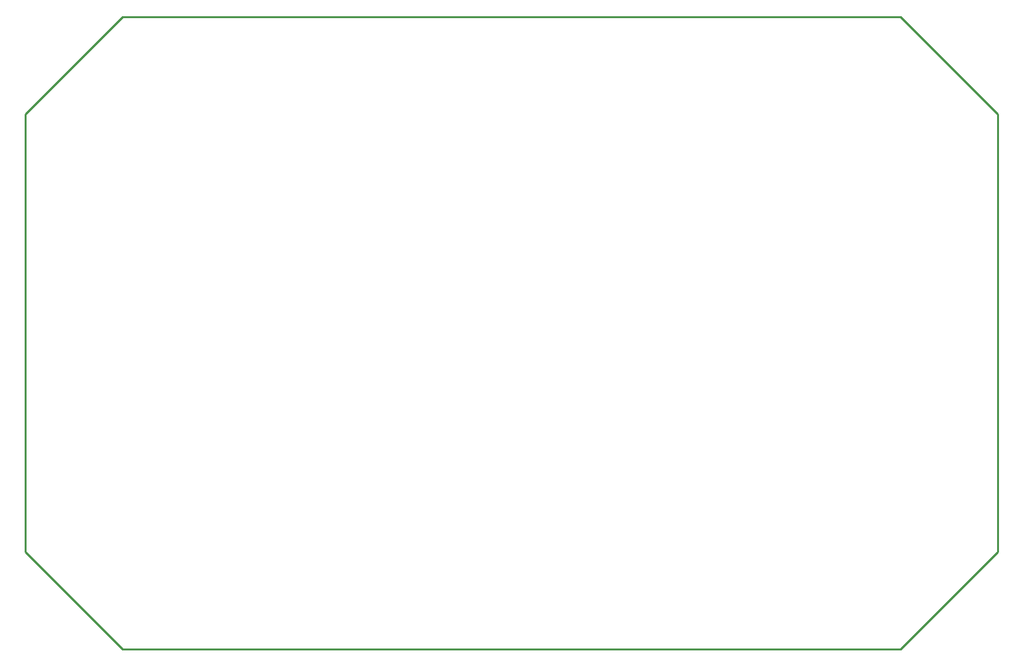
<source format=gbr>
G04 #@! TF.GenerationSoftware,KiCad,Pcbnew,(5.1.4-0-10_14)*
G04 #@! TF.CreationDate,2019-11-10T19:32:43-05:00*
G04 #@! TF.ProjectId,PacBot_2019-2020,50616342-6f74-45f3-9230-31392d323032,rev?*
G04 #@! TF.SameCoordinates,Original*
G04 #@! TF.FileFunction,Profile,NP*
%FSLAX46Y46*%
G04 Gerber Fmt 4.6, Leading zero omitted, Abs format (unit mm)*
G04 Created by KiCad (PCBNEW (5.1.4-0-10_14)) date 2019-11-10 19:32:43*
%MOMM*%
%LPD*%
G04 APERTURE LIST*
%ADD10C,0.254000*%
G04 APERTURE END LIST*
D10*
X213500000Y-128575000D02*
X213500000Y-71425000D01*
X200800000Y-141275000D02*
X213500000Y-128575000D01*
X99200000Y-141275000D02*
X200800000Y-141275000D01*
X86500000Y-128575000D02*
X99200000Y-141275000D01*
X86500000Y-71425000D02*
X86500000Y-128575000D01*
X99200000Y-58725000D02*
X86500000Y-71425000D01*
X200800000Y-58725000D02*
X99200000Y-58725000D01*
X213500000Y-71425000D02*
X200800000Y-58725000D01*
M02*

</source>
